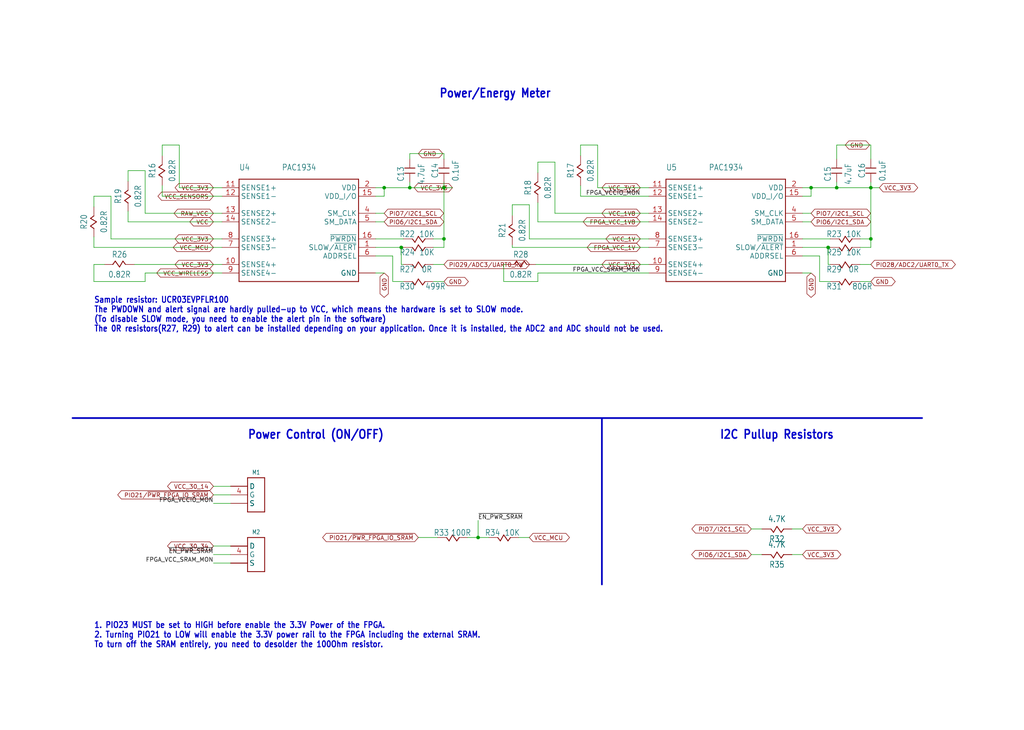
<source format=kicad_sch>
(kicad_sch (version 20250114) (generator "eeschema") (generator_version "9.0")
  (paper "User" 304.648 217.322)
  (lib_symbols
    (symbol "env-eagle-import:CAPACITOR0402"
      (property "Reference" "C" (at 0 1.714 0))
      (symbol "CAPACITOR0402_1_0"
        (polyline (pts (xy -0.762 1.524) (xy -0.762 -1.524)) (stroke (width 0.254)))
        (polyline (pts (xy 0.762 -1.524) (xy 0.762 1.524)) (stroke (width 0.254)))
        (pin bidirectional line (at -3.46 0 0) (length 2.54) (name "P$1") (number "1"))
        (pin bidirectional line (at 3.46 0 180) (length 2.54) (name "P$2") (number "2"))
      )
    )
    (symbol "env-eagle-import:CAPACITOR0603"
      (property "Reference" "C" (at 0 1.714 0))
      (symbol "CAPACITOR0603_1_0"
        (polyline (pts (xy -0.762 1.524) (xy -0.762 -1.524)) (stroke (width 0.254)))
        (polyline (pts (xy 0.762 -1.524) (xy 0.762 1.524)) (stroke (width 0.254)))
        (pin bidirectional line (at -3.46 0 0) (length 2.54) (name "P$1") (number "1"))
        (pin bidirectional line (at 3.46 0 180) (length 2.54) (name "P$2") (number "2"))
      )
    )
    (symbol "env-eagle-import:PAC1934"
      (property "Reference" "U" (at -17.78 17.78 0))
      (symbol "PAC1934_1_0"
        (polyline (pts (xy -17.78 15.24) (xy -17.78 -15.24)) (stroke (width 0.254)))
        (polyline (pts (xy -17.78 -15.24) (xy 17.78 -15.24)) (stroke (width 0.254)))
        (polyline (pts (xy 17.78 15.24) (xy -17.78 15.24)) (stroke (width 0.254)))
        (polyline (pts (xy 17.78 -15.24) (xy 17.78 15.24)) (stroke (width 0.254)))
        (pin bidirectional line (at -22.86 12.7 0) (length 5.08) (name "SENSE1+") (number "11"))
        (pin bidirectional line (at -22.86 10.16 0) (length 5.08) (name "SENSE1-") (number "12"))
        (pin bidirectional line (at -22.86 5.08 0) (length 5.08) (name "SENSE2+") (number "13"))
        (pin bidirectional line (at -22.86 2.54 0) (length 5.08) (name "SENSE2-") (number "14"))
        (pin bidirectional line (at -22.86 -2.54 0) (length 5.08) (name "SENSE3+") (number "8"))
        (pin bidirectional line (at -22.86 -5.08 0) (length 5.08) (name "SENSE3-") (number "7"))
        (pin bidirectional line (at -22.86 -10.16 0) (length 5.08) (name "SENSE4+") (number "10"))
        (pin bidirectional line (at -22.86 -12.7 0) (length 5.08) (name "SENSE4-") (number "9"))
        (pin bidirectional line (at 22.86 12.7 180) (length 5.08) (name "VDD") (number "2"))
        (pin bidirectional line (at 22.86 10.16 180) (length 5.08) (name "VDD_I/O") (number "15"))
        (pin bidirectional line (at 22.86 5.08 180) (length 5.08) (name "SM_CLK") (number "4"))
        (pin bidirectional line (at 22.86 2.54 180) (length 5.08) (name "SM_DATA") (number "5"))
        (pin bidirectional line (at 22.86 -2.54 180) (length 5.08) (name "~{PWRDN}") (number "16"))
        (pin bidirectional line (at 22.86 -5.08 180) (length 5.08) (name "SLOW/~{ALERT}") (number "1"))
        (pin bidirectional line (at 22.86 -7.62 180) (length 5.08) (name "ADDRSEL") (number "6"))
        (pin bidirectional line (at 22.86 -12.7 180) (length 5.08) (name "GND") (number "17"))
        (pin bidirectional line (at 22.86 -12.7 180) (length 5.08) (name "GND") (number "3"))
      )
    )
    (symbol "env-eagle-import:RESISTOR0603"
      (property "Reference" "R" (at 0 2 0))
      (symbol "RESISTOR0603_1_0"
        (polyline (pts (xy -2 0) (xy -1.27 1.016)) (stroke (width 0.254)))
        (polyline (pts (xy -1.27 1.016) (xy 0 -0.762)) (stroke (width 0.254)))
        (polyline (pts (xy 0 -0.762) (xy 1.016 1.016)) (stroke (width 0.254)))
        (polyline (pts (xy 1.016 1.016) (xy 1.778 0)) (stroke (width 0.254)))
        (pin bidirectional line (at -4.46 0 0) (length 2.54) (name "1") (number "1"))
        (pin bidirectional line (at 4.46 0 180) (length 2.54) (name "2") (number "2"))
      )
    )
    (symbol "env-eagle-import:RESISTORSMD_0402"
      (property "Reference" "R" (at 0 2 0))
      (symbol "RESISTORSMD_0402_1_0"
        (polyline (pts (xy -2 0) (xy -1.27 1.016)) (stroke (width 0.254)))
        (polyline (pts (xy -1.27 1.016) (xy 0 -0.762)) (stroke (width 0.254)))
        (polyline (pts (xy 0 -0.762) (xy 1.016 1.016)) (stroke (width 0.254)))
        (polyline (pts (xy 1.016 1.016) (xy 1.778 0)) (stroke (width 0.254)))
        (pin bidirectional line (at -4.46 0 0) (length 2.54) (name "1") (number "1"))
        (pin bidirectional line (at 4.46 0 180) (length 2.54) (name "2") (number "2"))
      )
    )
    (symbol "env-eagle-import:SISS23DN"
      (property "Reference" "M" (at 0 6 0))
      (symbol "SISS23DN_1_0"
        (polyline (pts (xy -2.54 5.08) (xy -2.54 -5.08)) (stroke (width 0.254)))
        (polyline (pts (xy -2.54 -5.08) (xy 2.54 -5.08)) (stroke (width 0.254)))
        (polyline (pts (xy 2.54 5.08) (xy -2.54 5.08)) (stroke (width 0.254)))
        (polyline (pts (xy 2.54 -5.08) (xy 2.54 5.08)) (stroke (width 0.254)))
        (pin bidirectional line (at -7.62 2.54 0) (length 5.08) (name "D") (number "5"))
        (pin bidirectional line (at -7.62 2.54 0) (length 5.08) (name "D") (number "6"))
        (pin bidirectional line (at -7.62 2.54 0) (length 5.08) (name "D") (number "7"))
        (pin bidirectional line (at -7.62 2.54 0) (length 5.08) (name "D") (number "8"))
        (pin bidirectional line (at -7.62 0 0) (length 5.08) (name "G") (number "4"))
        (pin bidirectional line (at -7.62 -2.54 0) (length 5.08) (name "S") (number "1"))
        (pin bidirectional line (at -7.62 -2.54 0) (length 5.08) (name "S") (number "2"))
        (pin bidirectional line (at -7.62 -2.54 0) (length 5.08) (name "S") (number "3"))
      )
    )
  )
  (text "I2C Pullup Resistors" (at 231.14 129.54 0) (effects (font (size 2.54 2.159) (thickness 0.4318) (bold yes))))
  (text "Power/Energy Meter" (at 147.32 27.94 0) (effects (font (size 2.54 2.159) (thickness 0.4318) (bold yes))))
  (text "1. PIO23 MUST be set to HIGH before enable the 3.3V Power of the FPGA.\n2. Turning PIO21 to LOW will enable the 3.3V power rail to the FPGA including the external SRAM.\nTo turn off the SRAM entirely, you need to desolder the 100Ohm resistor." (at 27.94 193.04 0) (effects (font (size 1.778 1.5113) (thickness 0.3023) (bold yes)) (justify left bottom)))
  (text "Power Control (ON/OFF)" (at 93.98 129.54 0) (effects (font (size 2.54 2.159) (thickness 0.4318) (bold yes))))
  (text "Sample resistor: UCR03EVPFLR100\nThe PWDOWN and alert signal are hardly pulled-up to VCC, which means the hardware is set to SLOW mode.\n(To disable SLOW mode, you need to enable the alert pin in the software)\nThe 0R resistors(R27, R29) to alert can be installed depending on your application. Once it is installed, the ADC2 and ADC should not be used." (at 27.94 99.06 0) (effects (font (size 1.778 1.5113) (thickness 0.3023) (bold yes)) (justify left bottom)))
  (junction (at 121.92 55.88))
  (junction (at 132.08 55.88))
  (junction (at 259.08 71.12))
  (junction (at 142.24 160.02))
  (junction (at 119.38 73.66))
  (junction (at 241.3 55.88))
  (junction (at 259.08 55.88))
  (junction (at 132.08 71.12))
  (junction (at 248.92 55.88))
  (junction (at 246.38 73.66))
  (junction (at 114.3 55.88))
  (wire (pts (xy 160.02 81.28) (xy 193.04 81.28)) (stroke (width 0.1524)))
  (wire (pts (xy 132.08 73.66) (xy 132.08 71.12)) (stroke (width 0.1524)))
  (wire (pts (xy 27.94 58.42) (xy 33.02 58.42)) (stroke (width 0.1524)))
  (wire (pts (xy 38.1 62.88) (xy 38.1 66.04)) (stroke (width 0.1524)))
  (wire (pts (xy 27.94 83.82) (xy 43.18 83.82)) (stroke (width 0.1524)))
  (wire (pts (xy 132.08 45.72) (xy 132.08 47.34)) (stroke (width 0.1524)))
  (wire (pts (xy 114.3 55.88) (xy 121.92 55.88)) (stroke (width 0.1524)))
  (wire (pts (xy 66.04 58.42) (xy 48.26 58.42)) (stroke (width 0.1524)))
  (wire (pts (xy 119.38 78.74) (xy 119.38 73.66)) (stroke (width 0.1524)))
  (wire (pts (xy 132.08 54.26) (xy 132.08 55.88)) (stroke (width 0.1524)))
  (wire (pts (xy 247 83.82) (xy 243.84 83.82)) (stroke (width 0.1524)))
  (wire (pts (xy 120 71.12) (xy 111.76 71.12)) (stroke (width 0.1524)))
  (wire (pts (xy 111.76 58.42) (xy 114.3 58.42)) (stroke (width 0.1524)))
  (wire (pts (xy 43.18 50.8) (xy 38.1 50.8)) (stroke (width 0.1524)))
  (wire (pts (xy 165.1 48.26) (xy 165.1 63.5)) (stroke (width 0.1524)))
  (wire (pts (xy 66.04 55.88) (xy 53.34 55.88)) (stroke (width 0.1524)))
  (wire (pts (xy 48.26 43.18) (xy 53.34 43.18)) (stroke (width 0.1524)))
  (wire (pts (xy 235.6 165.1) (xy 238.76 165.1)) (stroke (width 0.1524)))
  (wire (pts (xy 172.72 46.34) (xy 172.72 43.18)) (stroke (width 0.1524)))
  (wire (pts (xy 142.24 160.02) (xy 142.24 154.94)) (stroke (width 0.1524)))
  (wire (pts (xy 259.08 71.12) (xy 259.08 55.88)) (stroke (width 0.1524)))
  (wire (pts (xy 111.76 76.2) (xy 116.84 76.2)) (stroke (width 0.1524)))
  (wire (pts (xy 132.08 55.88) (xy 134.62 55.88)) (stroke (width 0.1524)))
  (wire (pts (xy 120 78.74) (xy 119.38 78.74)) (stroke (width 0.1524)))
  (wire (pts (xy 68.58 162.56) (xy 63.5 162.56)) (stroke (width 0.1524)))
  (wire (pts (xy 111.76 63.5) (xy 114.3 63.5)) (stroke (width 0.1524)))
  (wire (pts (xy 160.02 51.42) (xy 160.02 48.26)) (stroke (width 0.1524)))
  (wire (pts (xy 255.92 78.74) (xy 259.08 78.74)) (stroke (width 0.1524)))
  (wire (pts (xy 246.38 73.66) (xy 238.76 73.66)) (stroke (width 0.1524)))
  (wire (pts (xy 31.1 78.74) (xy 27.94 78.74)) (stroke (width 0.1524)))
  (polyline (pts (xy 179.07 173.99) (xy 179.07 124.46)) (stroke (width 0.508) (type solid)))
  (wire (pts (xy 238.76 66.04) (xy 241.3 66.04)) (stroke (width 0.1524)))
  (wire (pts (xy 68.58 144.78) (xy 63.5 144.78)) (stroke (width 0.1524)))
  (wire (pts (xy 116.84 83.82) (xy 120 83.82)) (stroke (width 0.1524)))
  (wire (pts (xy 116.84 76.2) (xy 116.84 83.82)) (stroke (width 0.1524)))
  (wire (pts (xy 157.48 71.12) (xy 193.04 71.12)) (stroke (width 0.1524)))
  (wire (pts (xy 157.48 60.96) (xy 157.48 71.12)) (stroke (width 0.1524)))
  (wire (pts (xy 165.1 63.5) (xy 193.04 63.5)) (stroke (width 0.1524)))
  (wire (pts (xy 43.18 63.5) (xy 43.18 50.8)) (stroke (width 0.1524)))
  (wire (pts (xy 48.26 46.34) (xy 48.26 43.18)) (stroke (width 0.1524)))
  (wire (pts (xy 139.08 160.02) (xy 142.24 160.02)) (stroke (width 0.1524)))
  (wire (pts (xy 128.92 71.12) (xy 132.08 71.12)) (stroke (width 0.1524)))
  (wire (pts (xy 243.84 83.82) (xy 243.84 76.2)) (stroke (width 0.1524)))
  (wire (pts (xy 247 71.12) (xy 238.76 71.12)) (stroke (width 0.1524)))
  (wire (pts (xy 128.92 78.74) (xy 132.08 78.74)) (stroke (width 0.1524)))
  (wire (pts (xy 132.08 71.12) (xy 132.08 55.88)) (stroke (width 0.1524)))
  (wire (pts (xy 33.02 71.12) (xy 66.04 71.12)) (stroke (width 0.1524)))
  (wire (pts (xy 238.76 81.28) (xy 241.3 81.28)) (stroke (width 0.1524)))
  (wire (pts (xy 193.04 73.66) (xy 152.4 73.66)) (stroke (width 0.1524)))
  (wire (pts (xy 159.4 78.74) (xy 193.04 78.74)) (stroke (width 0.1524)))
  (wire (pts (xy 121.92 54.26) (xy 121.92 55.88)) (stroke (width 0.1524)))
  (wire (pts (xy 142.24 160.02) (xy 145.4 160.02)) (stroke (width 0.1524)))
  (wire (pts (xy 259.08 73.66) (xy 259.08 71.12)) (stroke (width 0.1524)))
  (wire (pts (xy 241.3 58.42) (xy 241.3 55.88)) (stroke (width 0.1524)))
  (wire (pts (xy 43.18 81.28) (xy 66.04 81.28)) (stroke (width 0.1524)))
  (wire (pts (xy 172.72 55.26) (xy 172.72 58.42)) (stroke (width 0.1524)))
  (wire (pts (xy 48.26 55.26) (xy 48.26 58.42)) (stroke (width 0.1524)))
  (wire (pts (xy 128.92 83.82) (xy 132.08 83.82)) (stroke (width 0.1524)))
  (wire (pts (xy 259.08 43.18) (xy 259.08 47.34)) (stroke (width 0.1524)))
  (wire (pts (xy 121.92 47.34) (xy 121.92 45.72)) (stroke (width 0.1524)))
  (wire (pts (xy 255.92 71.12) (xy 259.08 71.12)) (stroke (width 0.1524)))
  (wire (pts (xy 66.04 66.04) (xy 38.1 66.04)) (stroke (width 0.1524)))
  (wire (pts (xy 111.76 66.04) (xy 114.3 66.04)) (stroke (width 0.1524)))
  (wire (pts (xy 68.58 167.64) (xy 63.5 167.64)) (stroke (width 0.1524)))
  (wire (pts (xy 246.38 78.74) (xy 246.38 73.66)) (stroke (width 0.1524)))
  (wire (pts (xy 172.72 43.18) (xy 177.8 43.18)) (stroke (width 0.1524)))
  (wire (pts (xy 177.8 43.18) (xy 177.8 55.88)) (stroke (width 0.1524)))
  (wire (pts (xy 38.1 53.96) (xy 38.1 50.8)) (stroke (width 0.1524)))
  (wire (pts (xy 43.18 83.82) (xy 43.18 81.28)) (stroke (width 0.1524)))
  (wire (pts (xy 152.4 73.04) (xy 152.4 73.66)) (stroke (width 0.1524)))
  (wire (pts (xy 160.02 48.26) (xy 165.1 48.26)) (stroke (width 0.1524)))
  (wire (pts (xy 259.08 55.88) (xy 261.62 55.88)) (stroke (width 0.1524)))
  (polyline (pts (xy 179.07 124.46) (xy 274.32 124.46)) (stroke (width 0.508) (type solid)))
  (wire (pts (xy 68.58 147.32) (xy 63.5 147.32)) (stroke (width 0.1524)))
  (wire (pts (xy 114.3 58.42) (xy 114.3 55.88)) (stroke (width 0.1524)))
  (wire (pts (xy 172.72 58.42) (xy 193.04 58.42)) (stroke (width 0.1524)))
  (wire (pts (xy 68.58 165.1) (xy 63.5 165.1)) (stroke (width 0.1524)))
  (wire (pts (xy 111.76 73.66) (xy 119.38 73.66)) (stroke (width 0.1524)))
  (wire (pts (xy 248.92 47.34) (xy 248.92 43.18)) (stroke (width 0.1524)))
  (wire (pts (xy 154.32 160.02) (xy 157.48 160.02)) (stroke (width 0.1524)))
  (wire (pts (xy 66.04 78.74) (xy 40.02 78.74)) (stroke (width 0.1524)))
  (wire (pts (xy 111.76 81.28) (xy 114.3 81.28)) (stroke (width 0.1524)))
  (wire (pts (xy 255.92 73.66) (xy 259.08 73.66)) (stroke (width 0.1524)))
  (wire (pts (xy 130.16 160.02) (xy 124.46 160.02)) (stroke (width 0.1524)))
  (wire (pts (xy 66.04 63.5) (xy 43.18 63.5)) (stroke (width 0.1524)))
  (wire (pts (xy 247 78.74) (xy 246.38 78.74)) (stroke (width 0.1524)))
  (wire (pts (xy 27.94 70.5) (xy 27.94 73.66)) (stroke (width 0.1524)))
  (wire (pts (xy 66.04 73.66) (xy 27.94 73.66)) (stroke (width 0.1524)))
  (wire (pts (xy 226.68 157.48) (xy 223.52 157.48)) (stroke (width 0.1524)))
  (wire (pts (xy 53.34 43.18) (xy 53.34 55.88)) (stroke (width 0.1524)))
  (wire (pts (xy 150.48 78.74) (xy 149.86 78.74)) (stroke (width 0.1524)))
  (wire (pts (xy 111.76 55.88) (xy 114.3 55.88)) (stroke (width 0.1524)))
  (wire (pts (xy 248.92 43.18) (xy 259.08 43.18)) (stroke (width 0.1524)))
  (wire (pts (xy 128.92 73.66) (xy 132.08 73.66)) (stroke (width 0.1524)))
  (wire (pts (xy 121.92 55.88) (xy 132.08 55.88)) (stroke (width 0.1524)))
  (wire (pts (xy 152.4 60.96) (xy 157.48 60.96)) (stroke (width 0.1524)))
  (wire (pts (xy 177.8 55.88) (xy 193.04 55.88)) (stroke (width 0.1524)))
  (wire (pts (xy 255.92 83.82) (xy 259.08 83.82)) (stroke (width 0.1524)))
  (wire (pts (xy 238.76 55.88) (xy 241.3 55.88)) (stroke (width 0.1524)))
  (wire (pts (xy 238.76 63.5) (xy 241.3 63.5)) (stroke (width 0.1524)))
  (wire (pts (xy 193.04 66.04) (xy 160.02 66.04)) (stroke (width 0.1524)))
  (wire (pts (xy 243.84 76.2) (xy 238.76 76.2)) (stroke (width 0.1524)))
  (wire (pts (xy 121.92 45.72) (xy 132.08 45.72)) (stroke (width 0.1524)))
  (wire (pts (xy 246.38 73.66) (xy 247 73.66)) (stroke (width 0.1524)))
  (wire (pts (xy 119.38 73.66) (xy 120 73.66)) (stroke (width 0.1524)))
  (wire (pts (xy 259.08 55.88) (xy 259.08 54.26)) (stroke (width 0.1524)))
  (wire (pts (xy 248.92 54.26) (xy 248.92 55.88)) (stroke (width 0.1524)))
  (wire (pts (xy 235.6 157.48) (xy 238.76 157.48)) (stroke (width 0.1524)))
  (polyline (pts (xy 21.59 124.46) (xy 179.07 124.46)) (stroke (width 0.508) (type solid)))
  (wire (pts (xy 226.68 165.1) (xy 223.52 165.1)) (stroke (width 0.1524)))
  (wire (pts (xy 160.02 83.82) (xy 160.02 81.28)) (stroke (width 0.1524)))
  (wire (pts (xy 33.02 58.42) (xy 33.02 71.12)) (stroke (width 0.1524)))
  (wire (pts (xy 160.02 60.34) (xy 160.02 66.04)) (stroke (width 0.1524)))
  (wire (pts (xy 27.94 78.74) (xy 27.94 83.82)) (stroke (width 0.1524)))
  (wire (pts (xy 68.58 149.86) (xy 63.5 149.86)) (stroke (width 0.1524)))
  (wire (pts (xy 248.92 55.88) (xy 259.08 55.88)) (stroke (width 0.1524)))
  (wire (pts (xy 27.94 61.58) (xy 27.94 58.42)) (stroke (width 0.1524)))
  (wire (pts (xy 241.3 55.88) (xy 248.92 55.88)) (stroke (width 0.1524)))
  (wire (pts (xy 149.86 83.82) (xy 160.02 83.82)) (stroke (width 0.1524)))
  (wire (pts (xy 238.76 58.42) (xy 241.3 58.42)) (stroke (width 0.1524)))
  (wire (pts (xy 152.4 64.12) (xy 152.4 60.96)) (stroke (width 0.1524)))
  (wire (pts (xy 149.86 78.74) (xy 149.86 83.82)) (stroke (width 0.1524)))
  (label "FPGA_VCC_SRAM_MON" (at 63.5 167.64 180) (effects (font (size 1.2446 1.2446))))
  (label "FPGA_VCC_SRAM_MON" (at 190.5 81.28 180) (effects (font (size 1.2446 1.2446))))
  (label "~{EN_PWR_SRAM}" (at 142.24 154.94 0) (effects (font (size 1.2446 1.2446))))
  (label "~{EN_PWR_SRAM}" (at 63.5 165.1 180) (effects (font (size 1.2446 1.2446))))
  (label "FPGA_VCCIO_MON" (at 63.5 149.86 180) (effects (font (size 1.2446 1.2446))))
  (label "FPGA_VCCIO_MON" (at 190.5 58.42 180) (effects (font (size 1.2446 1.2446))))
  (global_label "PIO7/I2C1_SCL" (shape bidirectional) (at 114.3 63.5 0) (effects (font (size 1.2446 1.2446))) (property "Intersheetrefs" "${INTERSHEET_REFS}" (effects (hide yes))))
  (global_label "PIO29/ADC3/UART0_RX" (shape bidirectional) (at 132.08 78.74 0) (effects (font (size 1.2446 1.2446))) (property "Intersheetrefs" "${INTERSHEET_REFS}" (effects (hide yes))))
  (global_label "VCC_3V3" (shape bidirectional) (at 238.76 165.1 0) (effects (font (size 1.2446 1.2446))) (property "Intersheetrefs" "${INTERSHEET_REFS}" (effects (hide yes))))
  (global_label "VCC_3V3" (shape bidirectional) (at 261.62 55.88 0) (effects (font (size 1.2446 1.2446))) (property "Intersheetrefs" "${INTERSHEET_REFS}" (effects (hide yes))))
  (global_label "PIO7/I2C1_SCL" (shape bidirectional) (at 223.52 157.48 180) (effects (font (size 1.2446 1.2446))) (property "Intersheetrefs" "${INTERSHEET_REFS}" (effects (hide yes))))
  (global_label "PIO6/I2C1_SDA" (shape bidirectional) (at 223.52 165.1 180) (effects (font (size 1.2446 1.2446))) (property "Intersheetrefs" "${INTERSHEET_REFS}" (effects (hide yes))))
  (global_label "RAW_VCC" (shape bidirectional) (at 63.5 63.5 180) (effects (font (size 1.2446 1.2446))) (property "Intersheetrefs" "${INTERSHEET_REFS}" (effects (hide yes))))
  (global_label "GND" (shape bidirectional) (at 132.08 83.82 0) (effects (font (size 1.2446 1.2446))) (property "Intersheetrefs" "${INTERSHEET_REFS}" (effects (hide yes))))
  (global_label "PIO7/I2C1_SCL" (shape bidirectional) (at 241.3 63.5 0) (effects (font (size 1.2446 1.2446))) (property "Intersheetrefs" "${INTERSHEET_REFS}" (effects (hide yes))))
  (global_label "PIO6/I2C1_SDA" (shape bidirectional) (at 241.3 66.04 0) (effects (font (size 1.2446 1.2446))) (property "Intersheetrefs" "${INTERSHEET_REFS}" (effects (hide yes))))
  (global_label "GND" (shape bidirectional) (at 124.46 45.72 0) (effects (font (size 1.2446 1.2446))) (property "Intersheetrefs" "${INTERSHEET_REFS}" (effects (hide yes))))
  (global_label "VCC_3V3" (shape bidirectional) (at 63.5 55.88 180) (effects (font (size 1.2446 1.2446))) (property "Intersheetrefs" "${INTERSHEET_REFS}" (effects (hide yes))))
  (global_label "VCC_1V8" (shape bidirectional) (at 190.5 63.5 180) (effects (font (size 1.2446 1.2446))) (property "Intersheetrefs" "${INTERSHEET_REFS}" (effects (hide yes))))
  (global_label "GND" (shape bidirectional) (at 259.08 83.82 0) (effects (font (size 1.2446 1.2446))) (property "Intersheetrefs" "${INTERSHEET_REFS}" (effects (hide yes))))
  (global_label "VCC_3V3" (shape bidirectional) (at 134.62 55.88 180) (effects (font (size 1.2446 1.2446))) (property "Intersheetrefs" "${INTERSHEET_REFS}" (effects (hide yes))))
  (global_label "FPGA_VCC_1V8" (shape bidirectional) (at 190.5 66.04 180) (effects (font (size 1.2446 1.2446))) (property "Intersheetrefs" "${INTERSHEET_REFS}" (effects (hide yes))))
  (global_label "VCC_3V3" (shape bidirectional) (at 190.5 55.88 180) (effects (font (size 1.2446 1.2446))) (property "Intersheetrefs" "${INTERSHEET_REFS}" (effects (hide yes))))
  (global_label "VCC_MCU" (shape bidirectional) (at 63.5 73.66 180) (effects (font (size 1.2446 1.2446))) (property "Intersheetrefs" "${INTERSHEET_REFS}" (effects (hide yes))))
  (global_label "VCC_MCU" (shape bidirectional) (at 157.48 160.02 0) (effects (font (size 1.2446 1.2446))) (property "Intersheetrefs" "${INTERSHEET_REFS}" (effects (hide yes))))
  (global_label "PIO21/~{PWR_FPGA_IO_SRAM}" (shape bidirectional) (at 63.5 147.32 180) (effects (font (size 1.2446 1.2446))) (property "Intersheetrefs" "${INTERSHEET_REFS}" (effects (hide yes))))
  (global_label "PIO21/~{PWR_FPGA_IO_SRAM}" (shape bidirectional) (at 124.46 160.02 180) (effects (font (size 1.2446 1.2446))) (property "Intersheetrefs" "${INTERSHEET_REFS}" (effects (hide yes))))
  (global_label "VCC_30_34" (shape bidirectional) (at 63.5 162.56 180) (effects (font (size 1.2446 1.2446))) (property "Intersheetrefs" "${INTERSHEET_REFS}" (effects (hide yes))))
  (global_label "FPGA_VCC_1V" (shape bidirectional) (at 190.5 73.66 180) (effects (font (size 1.2446 1.2446))) (property "Intersheetrefs" "${INTERSHEET_REFS}" (effects (hide yes))))
  (global_label "GND" (shape bidirectional) (at 251.46 43.18 0) (effects (font (size 1.2446 1.2446))) (property "Intersheetrefs" "${INTERSHEET_REFS}" (effects (hide yes))))
  (global_label "GND" (shape bidirectional) (at 114.3 81.28 270) (effects (font (size 1.2446 1.2446))) (property "Intersheetrefs" "${INTERSHEET_REFS}" (effects (hide yes))))
  (global_label "VCC_3V3" (shape bidirectional) (at 63.5 71.12 180) (effects (font (size 1.2446 1.2446))) (property "Intersheetrefs" "${INTERSHEET_REFS}" (effects (hide yes))))
  (global_label "GND" (shape bidirectional) (at 241.3 81.28 270) (effects (font (size 1.2446 1.2446))) (property "Intersheetrefs" "${INTERSHEET_REFS}" (effects (hide yes))))
  (global_label "VCC_WIRELESS" (shape bidirectional) (at 63.5 81.28 180) (effects (font (size 1.2446 1.2446))) (property "Intersheetrefs" "${INTERSHEET_REFS}" (effects (hide yes))))
  (global_label "PIO6/I2C1_SDA" (shape bidirectional) (at 114.3 66.04 0) (effects (font (size 1.2446 1.2446))) (property "Intersheetrefs" "${INTERSHEET_REFS}" (effects (hide yes))))
  (global_label "VCC_1V" (shape bidirectional) (at 190.5 71.12 180) (effects (font (size 1.2446 1.2446))) (property "Intersheetrefs" "${INTERSHEET_REFS}" (effects (hide yes))))
  (global_label "PIO28/ADC2/UART0_TX" (shape bidirectional) (at 259.08 78.74 0) (effects (font (size 1.2446 1.2446))) (property "Intersheetrefs" "${INTERSHEET_REFS}" (effects (hide yes))))
  (global_label "VCC_30_14" (shape bidirectional) (at 63.5 144.78 180) (effects (font (size 1.2446 1.2446))) (property "Intersheetrefs" "${INTERSHEET_REFS}" (effects (hide yes))))
  (global_label "VCC_3V3" (shape bidirectional) (at 238.76 157.48 0) (effects (font (size 1.2446 1.2446))) (property "Intersheetrefs" "${INTERSHEET_REFS}" (effects (hide yes))))
  (global_label "VCC" (shape bidirectional) (at 63.5 66.04 180) (effects (font (size 1.2446 1.2446))) (property "Intersheetrefs" "${INTERSHEET_REFS}" (effects (hide yes))))
  (global_label "VCC_3V3" (shape bidirectional) (at 190.5 78.74 180) (effects (font (size 1.2446 1.2446))) (property "Intersheetrefs" "${INTERSHEET_REFS}" (effects (hide yes))))
  (global_label "VCC_3V3" (shape bidirectional) (at 63.5 78.74 180) (effects (font (size 1.2446 1.2446))) (property "Intersheetrefs" "${INTERSHEET_REFS}" (effects (hide yes))))
  (global_label "VCC_SENSORS" (shape bidirectional) (at 63.5 58.42 180) (effects (font (size 1.2446 1.2446))) (property "Intersheetrefs" "${INTERSHEET_REFS}" (effects (hide yes))))
  (symbol (lib_id "env-eagle-import:RESISTORSMD_0402") (at 251.46 83.82 180) (unit 1)
    (property "Reference" "R31" (at 248.158 84.296 0) (effects (font (size 1.778 1.5113)) (justify bottom)))
    (property "Value" "806R" (at 256.54 84.296 0) (effects (font (size 1.778 1.5113)) (justify bottom)))
    (property "Footprint" "env:0402" (effects (hide yes)))
    (property "OC_NEWARK" "unknown" (effects (hide yes)))
  )
  (symbol (lib_id "env-eagle-import:RESISTOR0603") (at 27.94 66.04 90) (unit 1)
    (property "Reference" "R20" (at 25.94 66.04 0) (effects (font (size 1.778 1.5113)) (justify bottom)))
    (property "Value" "0.82R" (at 29.94 66.04 0) (effects (font (size 1.778 1.5113)) (justify top)))
    (property "Footprint" "env:0603" (effects (hide yes)))
    (property "OC_NEWARK" "unknown" (effects (hide yes)))
  )
  (symbol (lib_id "env-eagle-import:RESISTORSMD_0402") (at 231.14 165.1 180) (unit 1)
    (property "Reference" "R35" (at 231.14 167.1 0) (effects (font (size 1.778 1.5113)) (justify bottom)))
    (property "Value" "4.7K" (at 231.14 163.1 0) (effects (font (size 1.778 1.5113)) (justify top)))
    (property "Footprint" "env:0402" (effects (hide yes)))
    (property "OC_NEWARK" "unknown" (effects (hide yes)))
  )
  (symbol (lib_id "env-eagle-import:RESISTORSMD_0402") (at 251.46 71.12 180) (unit 1)
    (property "Reference" "R23" (at 248.158 70.644 0) (effects (font (size 1.778 1.5113)) (justify top)))
    (property "Value" "10K" (at 254 70.644 0) (effects (font (size 1.778 1.5113)) (justify top)))
    (property "Footprint" "env:0402" (effects (hide yes)))
    (property "OC_NEWARK" "unknown" (effects (hide yes)))
  )
  (symbol (lib_id "env-eagle-import:RESISTOR0603") (at 154.94 78.74 0) (unit 1)
    (property "Reference" "R28" (at 154.94 76.74 0) (effects (font (size 1.778 1.5113)) (justify bottom)))
    (property "Value" "0.82R" (at 154.94 80.74 0) (effects (font (size 1.778 1.5113)) (justify top)))
    (property "Footprint" "env:0603" (effects (hide yes)))
    (property "OC_NEWARK" "unknown" (effects (hide yes)))
  )
  (symbol (lib_id "env-eagle-import:RESISTOR0603") (at 152.4 68.58 90) (unit 1)
    (property "Reference" "R21" (at 150.4 68.58 0) (effects (font (size 1.778 1.5113)) (justify bottom)))
    (property "Value" "0.82R" (at 154.4 68.58 0) (effects (font (size 1.778 1.5113)) (justify top)))
    (property "Footprint" "env:0603" (effects (hide yes)))
    (property "OC_NEWARK" "unknown" (effects (hide yes)))
  )
  (symbol (lib_id "env-eagle-import:CAPACITOR0603") (at 248.92 50.8 90) (unit 1)
    (property "Reference" "C15" (at 247.206 51.816 0) (effects (font (size 1.778 1.5113)) (justify bottom)))
    (property "Value" "4.7uF" (at 251.396 51.816 0) (effects (font (size 1.778 1.5113)) (justify top)))
    (property "Footprint" "env:CAPC1608-0603" (effects (hide yes)))
    (property "OC_NEWARK" "unknown" (effects (hide yes)))
  )
  (symbol (lib_id "env-eagle-import:RESISTORSMD_0402") (at 149.86 160.02 180) (unit 1)
    (property "Reference" "R34" (at 146.558 159.544 0) (effects (font (size 1.778 1.5113)) (justify top)))
    (property "Value" "10K" (at 152.4 159.544 0) (effects (font (size 1.778 1.5113)) (justify top)))
    (property "Footprint" "env:0402" (effects (hide yes)))
    (property "OC_NEWARK" "unknown" (effects (hide yes)))
  )
  (symbol (lib_id "env-eagle-import:CAPACITOR0402") (at 132.08 50.8 90) (unit 1)
    (property "Reference" "C14" (at 130.366 50.8 0) (effects (font (size 1.778 1.5113)) (justify bottom)))
    (property "Value" "0.1uF" (at 134.556 50.8 0) (effects (font (size 1.778 1.5113)) (justify top)))
    (property "Footprint" "env:0402" (effects (hide yes)))
    (property "OC_NEWARK" "unknown" (effects (hide yes)))
  )
  (symbol (lib_id "env-eagle-import:CAPACITOR0603") (at 121.92 50.8 90) (unit 1)
    (property "Reference" "C13" (at 120.206 51.816 0) (effects (font (size 1.778 1.5113)) (justify bottom)))
    (property "Value" "4.7uF" (at 124.396 51.816 0) (effects (font (size 1.778 1.5113)) (justify top)))
    (property "Footprint" "env:CAPC1608-0603" (effects (hide yes)))
    (property "OC_NEWARK" "unknown" (effects (hide yes)))
  )
  (symbol (lib_id "env-eagle-import:RESISTORSMD_0402") (at 251.46 78.74 180) (unit 1)
    (property "Reference" "R29" (at 248.158 79.216 0) (effects (font (size 1.778 1.5113)) (justify bottom)))
    (property "Value" "0R" (at 254 79.216 0) (effects (font (size 1.778 1.5113)) (justify bottom)))
    (property "Footprint" "env:0402" (effects (hide yes)))
    (property "OC_NEWARK" "unknown" (effects (hide yes)))
  )
  (symbol (lib_id "env-eagle-import:RESISTORSMD_0402") (at 134.62 160.02 180) (unit 1)
    (property "Reference" "R33" (at 131.318 159.544 0) (effects (font (size 1.778 1.5113)) (justify top)))
    (property "Value" "100R" (at 137.16 159.544 0) (effects (font (size 1.778 1.5113)) (justify top)))
    (property "Footprint" "env:0402" (effects (hide yes)))
    (property "OC_NEWARK" "unknown" (effects (hide yes)))
  )
  (symbol (lib_id "env-eagle-import:RESISTORSMD_0402") (at 251.46 73.66 180) (unit 1)
    (property "Reference" "R25" (at 248.158 74.136 0) (effects (font (size 1.778 1.5113)) (justify bottom)))
    (property "Value" "10K" (at 254 74.136 0) (effects (font (size 1.778 1.5113)) (justify bottom)))
    (property "Footprint" "env:0402" (effects (hide yes)))
    (property "OC_NEWARK" "unknown" (effects (hide yes)))
  )
  (symbol (lib_id "env-eagle-import:RESISTORSMD_0402") (at 124.46 78.74 180) (unit 1)
    (property "Reference" "R27" (at 121.158 79.216 0) (effects (font (size 1.778 1.5113)) (justify bottom)))
    (property "Value" "0R" (at 127 79.216 0) (effects (font (size 1.778 1.5113)) (justify bottom)))
    (property "Footprint" "env:0402" (effects (hide yes)))
    (property "OC_NEWARK" "unknown" (effects (hide yes)))
  )
  (symbol (lib_id "env-eagle-import:PAC1934") (at 88.9 68.58 0) (unit 1)
    (property "Reference" "U4" (at 71.12 50.8 0) (effects (font (size 1.778 1.5113)) (justify left bottom)))
    (property "Value" "PAC1934" (at 83.82 50.8 0) (effects (font (size 1.778 1.5113)) (justify left bottom)))
    (property "Footprint" "env:UQFN-16(4×4×0.5MM)" (effects (hide yes)))
    (property "OC_NEWARK" "unknown" (effects (hide yes)))
  )
  (symbol (lib_id "env-eagle-import:SISS23DN") (at 76.2 165.1 0) (unit 1)
    (property "Reference" "M2" (at 76.2 159.1 0) (effects (font (size 1.27 1.0795)) (justify bottom)))
    (property "Value" "SISS23DN" (effects (hide yes)))
    (property "Footprint" "env:POWERPAK1212-8" (effects (hide yes)))
    (property "OC_NEWARK" "unknown" (effects (hide yes)))
  )
  (symbol (lib_id "env-eagle-import:RESISTOR0603") (at 38.1 58.42 90) (unit 1)
    (property "Reference" "R19" (at 36.1 58.42 0) (effects (font (size 1.778 1.5113)) (justify bottom)))
    (property "Value" "0.82R" (at 40.1 58.42 0) (effects (font (size 1.778 1.5113)) (justify top)))
    (property "Footprint" "env:0603" (effects (hide yes)))
    (property "OC_NEWARK" "unknown" (effects (hide yes)))
  )
  (symbol (lib_id "env-eagle-import:SISS23DN") (at 76.2 147.32 0) (unit 1)
    (property "Reference" "M1" (at 76.2 141.32 0) (effects (font (size 1.27 1.0795)) (justify bottom)))
    (property "Value" "SISS23DN" (effects (hide yes)))
    (property "Footprint" "env:POWERPAK1212-8" (effects (hide yes)))
    (property "OC_NEWARK" "unknown" (effects (hide yes)))
  )
  (symbol (lib_id "env-eagle-import:RESISTORSMD_0402") (at 231.14 157.48 180) (unit 1)
    (property "Reference" "R32" (at 231.14 159.48 0) (effects (font (size 1.778 1.5113)) (justify bottom)))
    (property "Value" "4.7K" (at 231.14 155.48 0) (effects (font (size 1.778 1.5113)) (justify top)))
    (property "Footprint" "env:0402" (effects (hide yes)))
    (property "OC_NEWARK" "unknown" (effects (hide yes)))
  )
  (symbol (lib_id "env-eagle-import:CAPACITOR0402") (at 259.08 50.8 90) (unit 1)
    (property "Reference" "C16" (at 257.366 50.8 0) (effects (font (size 1.778 1.5113)) (justify bottom)))
    (property "Value" "0.1uF" (at 261.556 50.8 0) (effects (font (size 1.778 1.5113)) (justify top)))
    (property "Footprint" "env:0402" (effects (hide yes)))
    (property "OC_NEWARK" "unknown" (effects (hide yes)))
  )
  (symbol (lib_id "env-eagle-import:RESISTOR0603") (at 48.26 50.8 90) (unit 1)
    (property "Reference" "R16" (at 46.26 50.8 0) (effects (font (size 1.778 1.5113)) (justify bottom)))
    (property "Value" "0.82R" (at 50.26 50.8 0) (effects (font (size 1.778 1.5113)) (justify top)))
    (property "Footprint" "env:0603" (effects (hide yes)))
    (property "OC_NEWARK" "unknown" (effects (hide yes)))
  )
  (symbol (lib_id "env-eagle-import:RESISTORSMD_0402") (at 124.46 73.66 180) (unit 1)
    (property "Reference" "R24" (at 121.158 74.136 0) (effects (font (size 1.778 1.5113)) (justify bottom)))
    (property "Value" "10K" (at 127 74.136 0) (effects (font (size 1.778 1.5113)) (justify bottom)))
    (property "Footprint" "env:0402" (effects (hide yes)))
    (property "OC_NEWARK" "unknown" (effects (hide yes)))
  )
  (symbol (lib_id "env-eagle-import:RESISTOR0603") (at 172.72 50.8 90) (unit 1)
    (property "Reference" "R17" (at 170.72 50.8 0) (effects (font (size 1.778 1.5113)) (justify bottom)))
    (property "Value" "0.82R" (at 174.72 50.8 0) (effects (font (size 1.778 1.5113)) (justify top)))
    (property "Footprint" "env:0603" (effects (hide yes)))
    (property "OC_NEWARK" "unknown" (effects (hide yes)))
  )
  (symbol (lib_id "env-eagle-import:RESISTORSMD_0402") (at 124.46 83.82 180) (unit 1)
    (property "Reference" "R30" (at 121.158 84.296 0) (effects (font (size 1.778 1.5113)) (justify bottom)))
    (property "Value" "499R" (at 129.54 84.296 0) (effects (font (size 1.778 1.5113)) (justify bottom)))
    (property "Footprint" "env:0402" (effects (hide yes)))
    (property "OC_NEWARK" "unknown" (effects (hide yes)))
  )
  (symbol (lib_id "env-eagle-import:RESISTOR0603") (at 35.56 78.74 0) (unit 1)
    (property "Reference" "R26" (at 35.56 76.74 0) (effects (font (size 1.778 1.5113)) (justify bottom)))
    (property "Value" "0.82R" (at 35.56 80.74 0) (effects (font (size 1.778 1.5113)) (justify top)))
    (property "Footprint" "env:0603" (effects (hide yes)))
    (property "OC_NEWARK" "unknown" (effects (hide yes)))
  )
  (symbol (lib_id "env-eagle-import:RESISTORSMD_0402") (at 124.46 71.12 180) (unit 1)
    (property "Reference" "R22" (at 121.158 70.644 0) (effects (font (size 1.778 1.5113)) (justify top)))
    (property "Value" "10K" (at 127 70.644 0) (effects (font (size 1.778 1.5113)) (justify top)))
    (property "Footprint" "env:0402" (effects (hide yes)))
    (property "OC_NEWARK" "unknown" (effects (hide yes)))
  )
  (symbol (lib_id "env-eagle-import:PAC1934") (at 215.9 68.58 0) (unit 1)
    (property "Reference" "U5" (at 198.12 50.8 0) (effects (font (size 1.778 1.5113)) (justify left bottom)))
    (property "Value" "PAC1934" (at 210.82 50.8 0) (effects (font (size 1.778 1.5113)) (justify left bottom)))
    (property "Footprint" "env:UQFN-16(4×4×0.5MM)" (effects (hide yes)))
    (property "OC_NEWARK" "unknown" (effects (hide yes)))
  )
  (symbol (lib_id "env-eagle-import:RESISTOR0603") (at 160.02 55.88 90) (unit 1)
    (property "Reference" "R18" (at 158.02 55.88 0) (effects (font (size 1.778 1.5113)) (justify bottom)))
    (property "Value" "0.82R" (at 162.02 55.88 0) (effects (font (size 1.778 1.5113)) (justify top)))
    (property "Footprint" "env:0603" (effects (hide yes)))
    (property "OC_NEWARK" "unknown" (effects (hide yes)))
  )
)
</source>
